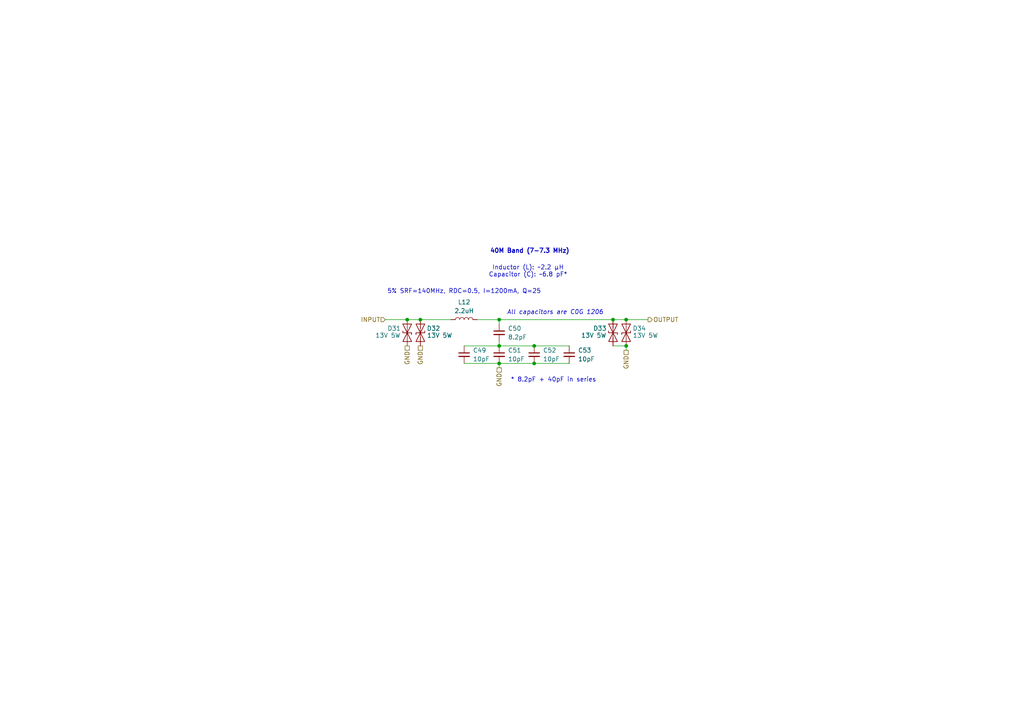
<source format=kicad_sch>
(kicad_sch (version 20231120) (generator "eeschema") (generator_version "8.0")
  (paper "A4")
  (lib_symbols
    (symbol "Device:C_Small" (pin_numbers hide) (pin_names (offset 0.254) hide)
      (property "Reference" "C" (at 0.254 1.778 0))
      (property "Value" "C_Small" (at 0.254 -2.032 0))
      (symbol "C_Small_0_1"
        (polyline (pts (xy -1.524 -0.508) (xy 1.524 -0.508)) (stroke (width 0.3302)))
        (polyline (pts (xy -1.524 0.508) (xy 1.524 0.508)) (stroke (width 0.3048)))
      )
      (symbol "C_Small_1_1"
        (pin passive line (at 0 2.54 270) (length 2.032) (name "~") (number "1"))
        (pin passive line (at 0 -2.54 90) (length 2.032) (name "~") (number "2"))
      )
    )
    (symbol "Device:L" (pin_numbers hide) (pin_names (offset 1.016) hide)
      (property "Reference" "L" (at -1.27 0 90))
      (property "Value" "L" (at 1.905 0 90))
      (symbol "L_0_1"
        (arc (start 0 -2.54) (mid 0.6323 -1.905) (end 0 -1.27))
        (arc (start 0 -1.27) (mid 0.6323 -0.635) (end 0 0))
        (arc (start 0 0) (mid 0.6323 0.635) (end 0 1.27))
        (arc (start 0 1.27) (mid 0.6323 1.905) (end 0 2.54))
      )
      (symbol "L_1_1"
        (pin passive line (at 0 3.81 270) (length 1.27) (name "1") (number "1"))
        (pin passive line (at 0 -3.81 90) (length 1.27) (name "2") (number "2"))
      )
    )
    (symbol "Diode:SD15_SOD323" (pin_numbers hide) (pin_names (offset 1.016) hide)
      (property "Reference" "D" (at 0 2.54 0))
      (property "Value" "SD15_SOD323" (at 0 -2.54 0))
      (symbol "SD15_SOD323_0_1"
        (polyline (pts (xy 1.27 0) (xy -1.27 0)))
        (polyline (pts (xy -2.54 -1.27) (xy 0 0) (xy -2.54 1.27) (xy -2.54 -1.27)) (stroke (width 0.2032)))
        (polyline (pts (xy 0.508 1.27) (xy 0 1.27) (xy 0 -1.27) (xy -0.508 -1.27)) (stroke (width 0.2032)))
        (polyline (pts (xy 2.54 1.27) (xy 2.54 -1.27) (xy 0 0) (xy 2.54 1.27)) (stroke (width 0.2032)))
      )
      (symbol "SD15_SOD323_1_1"
        (pin passive line (at -3.81 0 0) (length 2.54) (name "A1") (number "1"))
        (pin passive line (at 3.81 0 180) (length 2.54) (name "A2") (number "2"))
      )
    )
  )
  (junction (at 154.94 105.41))
  (junction (at 181.61 92.71))
  (junction (at 121.92 92.71))
  (junction (at 154.94 100.33))
  (junction (at 177.8 92.71))
  (junction (at 144.78 100.33))
  (junction (at 181.61 100.33))
  (junction (at 144.78 92.71))
  (junction (at 118.11 92.71))
  (junction (at 144.78 105.41))
  (wire (pts (xy 134.62 105.41) (xy 144.78 105.41)))
  (wire (pts (xy 144.78 99.06) (xy 144.78 100.33)))
  (wire (pts (xy 181.61 92.71) (xy 187.96 92.71)))
  (wire (pts (xy 144.78 92.71) (xy 144.78 93.98)))
  (wire (pts (xy 177.8 92.71) (xy 181.61 92.71)))
  (wire (pts (xy 121.92 92.71) (xy 130.81 92.71)))
  (wire (pts (xy 144.78 92.71) (xy 177.8 92.71)))
  (wire (pts (xy 118.11 92.71) (xy 121.92 92.71)))
  (wire (pts (xy 144.78 105.41) (xy 154.94 105.41)))
  (wire (pts (xy 177.8 100.33) (xy 181.61 100.33)))
  (wire (pts (xy 144.78 105.41) (xy 144.78 106.68)))
  (wire (pts (xy 154.94 100.33) (xy 165.1 100.33)))
  (wire (pts (xy 144.78 100.33) (xy 154.94 100.33)))
  (wire (pts (xy 134.62 100.33) (xy 144.78 100.33)))
  (wire (pts (xy 138.43 92.71) (xy 144.78 92.71)))
  (wire (pts (xy 111.76 92.71) (xy 118.11 92.71)))
  (wire (pts (xy 154.94 105.41) (xy 165.1 105.41)))
  (wire (pts (xy 181.61 100.33) (xy 181.61 101.6)))
  (text "All capacitors are C0G 1206" (at 161.036 90.678 0) (effects (font (size 1.27 1.27) (italic yes))))
  (text "Inductor (L): ~2.2 μH\nCapacitor (C): ~6.8 pF*" (at 153.162 78.74 0) (effects (font (size 1.27 1.27))))
  (text "5% SRF=140MHz, RDC=0.5, I=1200mA, Q=25" (at 134.62 84.582 0) (effects (font (size 1.27 1.27))))
  (text "40M Band (7-7.3 MHz)" (at 153.67 72.898 0) (effects (font (size 1.27 1.27) (thickness 0.254) (bold yes))))
  (text "* 8.2pF + 40pF in series" (at 160.528 110.236 0) (effects (font (size 1.27 1.27))))
  (hierarchical_label "GND" (shape passive) (at 121.92 100.33 270))
  (hierarchical_label "GND" (shape passive) (at 144.78 106.68 270))
  (hierarchical_label "OUTPUT" (shape output) (at 187.96 92.71 0))
  (hierarchical_label "INPUT" (shape input) (at 111.76 92.71 180))
  (hierarchical_label "GND" (shape passive) (at 118.11 100.33 270))
  (hierarchical_label "GND" (shape passive) (at 181.61 101.6 270))
  (symbol (lib_id "Device:C_Small") (at 144.78 102.87 0) (unit 1)
    (property "Reference" "C51" (at 147.32 101.6062 0) (effects (justify left)))
    (property "Value" "10pF" (at 147.32 104.1462 0) (effects (justify left)))
    (property "Footprint" "Capacitor_SMD:C_1206_3216Metric" (effects (hide yes)))
    (property "Datasheet" "https://wmsc.lcsc.com/wmsc/upload/file/pdf/v2/lcsc/2304140030_CCTC-TCC1206COG100J102DT_C377014.pdf" (effects (hide yes)))
    (property "Description" "1kV 10pF C0G ±5% 1206 Multilayer Ceramic Capacitors MLCC - SMD/SMT ROHS" (effects (hide yes)))
    (property "LCSC Part #" "C377014" (effects (hide yes)))
    (property "MPN" "TCC1206COG100J102DT" (effects (hide yes)))
    (property "Manufacturer" "CCTC" (effects (hide yes)))
  )
  (symbol (lib_id "Diode:SD15_SOD323") (at 181.61 96.52 270) (mirror x) (unit 1)
    (property "Reference" "D34" (at 185.42 95.25 90))
    (property "Value" "13V 5W" (at 187.198 97.282 90))
    (property "Footprint" "Diode_SMD:D_0603_1608Metric" (effects (hide yes)))
    (property "Datasheet" "https://wmsc.lcsc.com/wmsc/upload/file/pdf/v2/lcsc/1912111437_DOWO-SMB5350B_C284082.pdf" (effects (hide yes)))
    (property "Description" "Independent Type 5W 13V SMB(DO-214AA) Zener Diodes ROHS" (effects (hide yes)))
    (property "LCSC Part #" "C284082" (effects (hide yes)))
    (property "MPN" "SMB5350B" (effects (hide yes)))
    (property "Manufacturer" "DOWO" (effects (hide yes)))
  )
  (symbol (lib_id "Device:C_Small") (at 134.62 102.87 0) (unit 1)
    (property "Reference" "C49" (at 137.16 101.6062 0) (effects (justify left)))
    (property "Value" "10pF" (at 137.16 104.1462 0) (effects (justify left)))
    (property "Footprint" "Capacitor_SMD:C_1206_3216Metric" (effects (hide yes)))
    (property "Datasheet" "https://wmsc.lcsc.com/wmsc/upload/file/pdf/v2/lcsc/2304140030_CCTC-TCC1206COG100J102DT_C377014.pdf" (effects (hide yes)))
    (property "Description" "1kV 10pF C0G ±5% 1206 Multilayer Ceramic Capacitors MLCC - SMD/SMT ROHS" (effects (hide yes)))
    (property "LCSC Part #" "C377014" (effects (hide yes)))
    (property "MPN" "TCC1206COG100J102DT" (effects (hide yes)))
    (property "Manufacturer" "CCTC" (effects (hide yes)))
  )
  (symbol (lib_id "Device:C_Small") (at 165.1 102.87 0) (unit 1)
    (property "Reference" "C53" (at 167.64 101.6062 0) (effects (justify left)))
    (property "Value" "10pF" (at 167.64 104.1462 0) (effects (justify left)))
    (property "Footprint" "Capacitor_SMD:C_1206_3216Metric" (effects (hide yes)))
    (property "Datasheet" "https://wmsc.lcsc.com/wmsc/upload/file/pdf/v2/lcsc/2304140030_CCTC-TCC1206COG100J102DT_C377014.pdf" (effects (hide yes)))
    (property "Description" "1kV 10pF C0G ±5% 1206 Multilayer Ceramic Capacitors MLCC - SMD/SMT ROHS" (effects (hide yes)))
    (property "LCSC Part #" "C377014" (effects (hide yes)))
    (property "MPN" "TCC1206COG100J102DT" (effects (hide yes)))
    (property "Manufacturer" "CCTC" (effects (hide yes)))
  )
  (symbol (lib_id "Diode:SD15_SOD323") (at 121.92 96.52 270) (mirror x) (unit 1)
    (property "Reference" "D32" (at 125.73 95.25 90))
    (property "Value" "13V 5W" (at 127.508 97.282 90))
    (property "Footprint" "Diode_SMD:D_0603_1608Metric" (effects (hide yes)))
    (property "Datasheet" "https://wmsc.lcsc.com/wmsc/upload/file/pdf/v2/lcsc/1912111437_DOWO-SMB5350B_C284082.pdf" (effects (hide yes)))
    (property "Description" "Independent Type 5W 13V SMB(DO-214AA) Zener Diodes ROHS" (effects (hide yes)))
    (property "LCSC Part #" "C284082" (effects (hide yes)))
    (property "MPN" "SMB5350B" (effects (hide yes)))
    (property "Manufacturer" "DOWO" (effects (hide yes)))
  )
  (symbol (lib_id "Diode:SD15_SOD323") (at 177.8 96.52 90) (unit 1)
    (property "Reference" "D33" (at 173.99 95.25 90))
    (property "Value" "13V 5W" (at 172.212 97.282 90))
    (property "Footprint" "Diode_SMD:D_0603_1608Metric" (effects (hide yes)))
    (property "Datasheet" "https://wmsc.lcsc.com/wmsc/upload/file/pdf/v2/lcsc/1912111437_DOWO-SMB5350B_C284082.pdf" (effects (hide yes)))
    (property "Description" "Independent Type 5W 13V SMB(DO-214AA) Zener Diodes ROHS" (effects (hide yes)))
    (property "LCSC Part #" "C284082" (effects (hide yes)))
    (property "MPN" "SMB5350B" (effects (hide yes)))
    (property "Manufacturer" "DOWO" (effects (hide yes)))
  )
  (symbol (lib_id "Device:L") (at 134.62 92.71 90) (unit 1)
    (property "Reference" "L12" (at 134.62 87.63 90))
    (property "Value" "2.2uH" (at 134.62 90.17 90))
    (property "Footprint" "adxi-footprints:L_Chilisin_NLC252018-2.92x2.50x2.20" (effects (hide yes)))
    (property "Datasheet" "https://wmsc.lcsc.com/wmsc/upload/file/pdf/v2/lcsc/2304140030_Chilisin-Elec-NLC252018T-2R2J-N_C285674.pdf" (effects (hide yes)))
    (property "Description" "1.2A 2.2uH ±5% SMD Power Inductors ROHS" (effects (hide yes)))
    (property "LCSC Part #" "C285674" (effects (hide yes)))
    (property "MPN" "NLC252018T-2R2J-N" (effects (hide yes)))
    (property "Manufacturer" "Chilisin" (effects (hide yes)))
  )
  (symbol (lib_id "Diode:SD15_SOD323") (at 118.11 96.52 90) (unit 1)
    (property "Reference" "D31" (at 114.3 95.25 90))
    (property "Value" "13V 5W" (at 112.522 97.282 90))
    (property "Footprint" "Diode_SMD:D_0603_1608Metric" (effects (hide yes)))
    (property "Datasheet" "https://wmsc.lcsc.com/wmsc/upload/file/pdf/v2/lcsc/1912111437_DOWO-SMB5350B_C284082.pdf" (effects (hide yes)))
    (property "Description" "Independent Type 5W 13V SMB(DO-214AA) Zener Diodes ROHS" (effects (hide yes)))
    (property "LCSC Part #" "C284082" (effects (hide yes)))
    (property "MPN" "SMB5350B" (effects (hide yes)))
    (property "Manufacturer" "DOWO" (effects (hide yes)))
  )
  (symbol (lib_id "Device:C_Small") (at 154.94 102.87 0) (unit 1)
    (property "Reference" "C52" (at 157.48 101.6062 0) (effects (justify left)))
    (property "Value" "10pF" (at 157.48 104.1462 0) (effects (justify left)))
    (property "Footprint" "Capacitor_SMD:C_1206_3216Metric" (effects (hide yes)))
    (property "Datasheet" "https://wmsc.lcsc.com/wmsc/upload/file/pdf/v2/lcsc/2304140030_CCTC-TCC1206COG100J102DT_C377014.pdf" (effects (hide yes)))
    (property "Description" "1kV 10pF C0G ±5% 1206 Multilayer Ceramic Capacitors MLCC - SMD/SMT ROHS" (effects (hide yes)))
    (property "LCSC Part #" "C377014" (effects (hide yes)))
    (property "MPN" "TCC1206COG100J102DT" (effects (hide yes)))
    (property "Manufacturer" "CCTC" (effects (hide yes)))
  )
  (symbol (lib_id "Device:C_Small") (at 144.78 96.52 0) (unit 1)
    (property "Reference" "C50" (at 147.32 95.2562 0) (effects (justify left)))
    (property "Value" "8.2pF" (at 147.32 97.7962 0) (effects (justify left)))
    (property "Footprint" "Capacitor_SMD:C_1206_3216Metric" (effects (hide yes)))
    (property "Datasheet" "https://wmsc.lcsc.com/wmsc/upload/file/pdf/v2/lcsc/2206171645_FH--Guangdong-Fenghua-Advanced-Tech-1206CG8R2C500NT_C3037650.pdf" (effects (hide yes)))
    (property "Description" "50V 8.2pF C0G 1206 Multilayer Ceramic Capacitors MLCC - SMD/SMT ROHS" (effects (hide yes)))
    (property "LCSC Part #" "C3037650" (effects (hide yes)))
    (property "MPN" "1206CG8R2C500NT" (effects (hide yes)))
    (property "Manufacturer" "Fenghua" (effects (hide yes)))
  )
)
</source>
